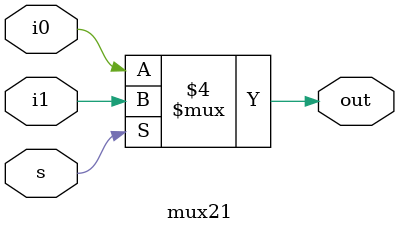
<source format=v>
`timescale 1ns / 1ps


module mux21(out,i0,i1,s);
   input i0,i1,s;
   output reg out;
   always@*
   begin
   if(s==0)
   out=i0;
   else
   out=i1;
   end
endmodule

</source>
